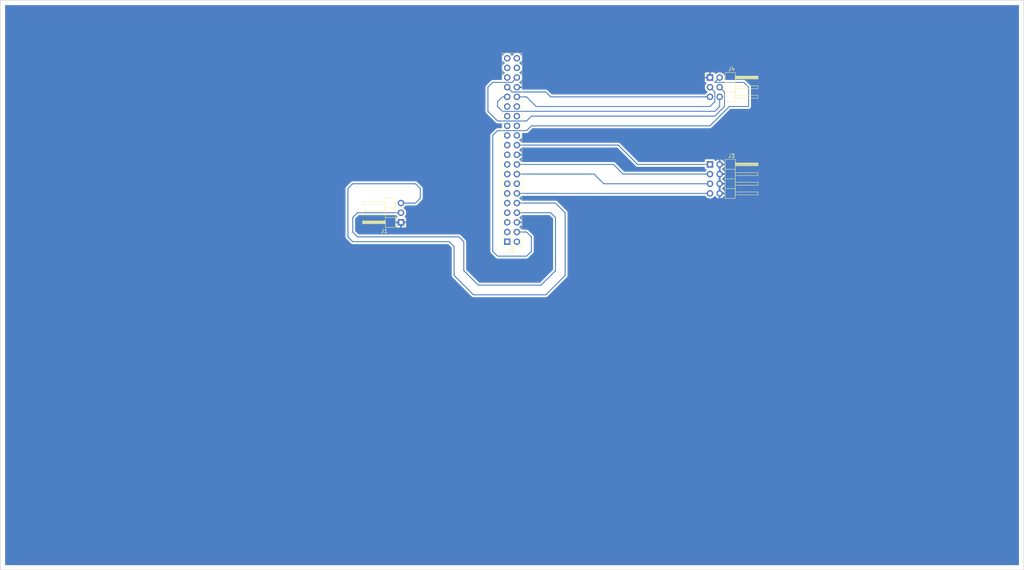
<source format=kicad_pcb>
(kicad_pcb (version 4) (host pcbnew 4.0.6)

  (general
    (links 19)
    (no_connects 1)
    (area 13.894999 13.894999 283.285001 163.905001)
    (thickness 1.6)
    (drawings 4)
    (tracks 110)
    (zones 0)
    (modules 4)
    (nets 13)
  )

  (page A4)
  (layers
    (0 F.Cu signal)
    (31 B.Cu signal)
    (32 B.Adhes user)
    (33 F.Adhes user)
    (34 B.Paste user)
    (35 F.Paste user)
    (36 B.SilkS user)
    (37 F.SilkS user)
    (38 B.Mask user)
    (39 F.Mask user)
    (40 Dwgs.User user)
    (41 Cmts.User user)
    (42 Eco1.User user)
    (43 Eco2.User user)
    (44 Edge.Cuts user)
    (45 Margin user)
    (46 B.CrtYd user)
    (47 F.CrtYd user)
    (48 B.Fab user)
    (49 F.Fab user)
  )

  (setup
    (last_trace_width 0.25)
    (trace_clearance 0.2)
    (zone_clearance 0.508)
    (zone_45_only no)
    (trace_min 0.2)
    (segment_width 0.2)
    (edge_width 0.15)
    (via_size 0.6)
    (via_drill 0.4)
    (via_min_size 0.4)
    (via_min_drill 0.3)
    (uvia_size 0.3)
    (uvia_drill 0.1)
    (uvias_allowed no)
    (uvia_min_size 0.2)
    (uvia_min_drill 0.1)
    (pcb_text_width 0.3)
    (pcb_text_size 1.5 1.5)
    (mod_edge_width 0.15)
    (mod_text_size 1 1)
    (mod_text_width 0.15)
    (pad_size 1.524 1.524)
    (pad_drill 0.762)
    (pad_to_mask_clearance 0.2)
    (aux_axis_origin 0 0)
    (visible_elements FFFFFF7F)
    (pcbplotparams
      (layerselection 0x00030_80000001)
      (usegerberextensions false)
      (excludeedgelayer true)
      (linewidth 0.100000)
      (plotframeref false)
      (viasonmask false)
      (mode 1)
      (useauxorigin false)
      (hpglpennumber 1)
      (hpglpenspeed 20)
      (hpglpendiameter 15)
      (hpglpenoverlay 2)
      (psnegative false)
      (psa4output false)
      (plotreference true)
      (plotvalue true)
      (plotinvisibletext false)
      (padsonsilk false)
      (subtractmaskfromsilk false)
      (outputformat 1)
      (mirror false)
      (drillshape 1)
      (scaleselection 1)
      (outputdirectory ""))
  )

  (net 0 "")
  (net 1 /GND)
  (net 2 /GPIO14/TXD)
  (net 3 /GPIO15/RXD)
  (net 4 /GPIO18)
  (net 5 /GPIO23)
  (net 6 /GPIO24)
  (net 7 /GPIO25)
  (net 8 /5V)
  (net 9 /GPIO12/PWM0/M1OUT)
  (net 10 /GPIO16/M1DIR)
  (net 11 /GPIO13/PWM1/M2OUT)
  (net 12 /GPIO6/M2DIR)

  (net_class Default "Dies ist die voreingestellte Netzklasse."
    (clearance 0.2)
    (trace_width 0.25)
    (via_dia 0.6)
    (via_drill 0.4)
    (uvia_dia 0.3)
    (uvia_drill 0.1)
    (add_net /5V)
    (add_net /GND)
    (add_net /GPIO12/PWM0/M1OUT)
    (add_net /GPIO13/PWM1/M2OUT)
    (add_net /GPIO14/TXD)
    (add_net /GPIO15/RXD)
    (add_net /GPIO16/M1DIR)
    (add_net /GPIO18)
    (add_net /GPIO23)
    (add_net /GPIO24)
    (add_net /GPIO25)
    (add_net /GPIO6/M2DIR)
  )

  (module Pin_Headers:Pin_Header_Angled_1x03_Pitch2.54mm (layer F.Cu) (tedit 59650532) (tstamp 599990D5)
    (at 119.38 72.39 180)
    (descr "Through hole angled pin header, 1x03, 2.54mm pitch, 6mm pin length, single row")
    (tags "Through hole angled pin header THT 1x03 2.54mm single row")
    (path /59997F6D)
    (fp_text reference J1 (at 4.385 -2.27 180) (layer F.SilkS)
      (effects (font (size 1 1) (thickness 0.15)))
    )
    (fp_text value UART (at 4.385 7.35 180) (layer F.Fab)
      (effects (font (size 1 1) (thickness 0.15)))
    )
    (fp_line (start 2.135 -1.27) (end 4.04 -1.27) (layer F.Fab) (width 0.1))
    (fp_line (start 4.04 -1.27) (end 4.04 6.35) (layer F.Fab) (width 0.1))
    (fp_line (start 4.04 6.35) (end 1.5 6.35) (layer F.Fab) (width 0.1))
    (fp_line (start 1.5 6.35) (end 1.5 -0.635) (layer F.Fab) (width 0.1))
    (fp_line (start 1.5 -0.635) (end 2.135 -1.27) (layer F.Fab) (width 0.1))
    (fp_line (start -0.32 -0.32) (end 1.5 -0.32) (layer F.Fab) (width 0.1))
    (fp_line (start -0.32 -0.32) (end -0.32 0.32) (layer F.Fab) (width 0.1))
    (fp_line (start -0.32 0.32) (end 1.5 0.32) (layer F.Fab) (width 0.1))
    (fp_line (start 4.04 -0.32) (end 10.04 -0.32) (layer F.Fab) (width 0.1))
    (fp_line (start 10.04 -0.32) (end 10.04 0.32) (layer F.Fab) (width 0.1))
    (fp_line (start 4.04 0.32) (end 10.04 0.32) (layer F.Fab) (width 0.1))
    (fp_line (start -0.32 2.22) (end 1.5 2.22) (layer F.Fab) (width 0.1))
    (fp_line (start -0.32 2.22) (end -0.32 2.86) (layer F.Fab) (width 0.1))
    (fp_line (start -0.32 2.86) (end 1.5 2.86) (layer F.Fab) (width 0.1))
    (fp_line (start 4.04 2.22) (end 10.04 2.22) (layer F.Fab) (width 0.1))
    (fp_line (start 10.04 2.22) (end 10.04 2.86) (layer F.Fab) (width 0.1))
    (fp_line (start 4.04 2.86) (end 10.04 2.86) (layer F.Fab) (width 0.1))
    (fp_line (start -0.32 4.76) (end 1.5 4.76) (layer F.Fab) (width 0.1))
    (fp_line (start -0.32 4.76) (end -0.32 5.4) (layer F.Fab) (width 0.1))
    (fp_line (start -0.32 5.4) (end 1.5 5.4) (layer F.Fab) (width 0.1))
    (fp_line (start 4.04 4.76) (end 10.04 4.76) (layer F.Fab) (width 0.1))
    (fp_line (start 10.04 4.76) (end 10.04 5.4) (layer F.Fab) (width 0.1))
    (fp_line (start 4.04 5.4) (end 10.04 5.4) (layer F.Fab) (width 0.1))
    (fp_line (start 1.44 -1.33) (end 1.44 6.41) (layer F.SilkS) (width 0.12))
    (fp_line (start 1.44 6.41) (end 4.1 6.41) (layer F.SilkS) (width 0.12))
    (fp_line (start 4.1 6.41) (end 4.1 -1.33) (layer F.SilkS) (width 0.12))
    (fp_line (start 4.1 -1.33) (end 1.44 -1.33) (layer F.SilkS) (width 0.12))
    (fp_line (start 4.1 -0.38) (end 10.1 -0.38) (layer F.SilkS) (width 0.12))
    (fp_line (start 10.1 -0.38) (end 10.1 0.38) (layer F.SilkS) (width 0.12))
    (fp_line (start 10.1 0.38) (end 4.1 0.38) (layer F.SilkS) (width 0.12))
    (fp_line (start 4.1 -0.32) (end 10.1 -0.32) (layer F.SilkS) (width 0.12))
    (fp_line (start 4.1 -0.2) (end 10.1 -0.2) (layer F.SilkS) (width 0.12))
    (fp_line (start 4.1 -0.08) (end 10.1 -0.08) (layer F.SilkS) (width 0.12))
    (fp_line (start 4.1 0.04) (end 10.1 0.04) (layer F.SilkS) (width 0.12))
    (fp_line (start 4.1 0.16) (end 10.1 0.16) (layer F.SilkS) (width 0.12))
    (fp_line (start 4.1 0.28) (end 10.1 0.28) (layer F.SilkS) (width 0.12))
    (fp_line (start 1.11 -0.38) (end 1.44 -0.38) (layer F.SilkS) (width 0.12))
    (fp_line (start 1.11 0.38) (end 1.44 0.38) (layer F.SilkS) (width 0.12))
    (fp_line (start 1.44 1.27) (end 4.1 1.27) (layer F.SilkS) (width 0.12))
    (fp_line (start 4.1 2.16) (end 10.1 2.16) (layer F.SilkS) (width 0.12))
    (fp_line (start 10.1 2.16) (end 10.1 2.92) (layer F.SilkS) (width 0.12))
    (fp_line (start 10.1 2.92) (end 4.1 2.92) (layer F.SilkS) (width 0.12))
    (fp_line (start 1.042929 2.16) (end 1.44 2.16) (layer F.SilkS) (width 0.12))
    (fp_line (start 1.042929 2.92) (end 1.44 2.92) (layer F.SilkS) (width 0.12))
    (fp_line (start 1.44 3.81) (end 4.1 3.81) (layer F.SilkS) (width 0.12))
    (fp_line (start 4.1 4.7) (end 10.1 4.7) (layer F.SilkS) (width 0.12))
    (fp_line (start 10.1 4.7) (end 10.1 5.46) (layer F.SilkS) (width 0.12))
    (fp_line (start 10.1 5.46) (end 4.1 5.46) (layer F.SilkS) (width 0.12))
    (fp_line (start 1.042929 4.7) (end 1.44 4.7) (layer F.SilkS) (width 0.12))
    (fp_line (start 1.042929 5.46) (end 1.44 5.46) (layer F.SilkS) (width 0.12))
    (fp_line (start -1.27 0) (end -1.27 -1.27) (layer F.SilkS) (width 0.12))
    (fp_line (start -1.27 -1.27) (end 0 -1.27) (layer F.SilkS) (width 0.12))
    (fp_line (start -1.8 -1.8) (end -1.8 6.85) (layer F.CrtYd) (width 0.05))
    (fp_line (start -1.8 6.85) (end 10.55 6.85) (layer F.CrtYd) (width 0.05))
    (fp_line (start 10.55 6.85) (end 10.55 -1.8) (layer F.CrtYd) (width 0.05))
    (fp_line (start 10.55 -1.8) (end -1.8 -1.8) (layer F.CrtYd) (width 0.05))
    (fp_text user %R (at 2.77 2.54 270) (layer F.Fab)
      (effects (font (size 1 1) (thickness 0.15)))
    )
    (pad 1 thru_hole rect (at 0 0 180) (size 1.7 1.7) (drill 1) (layers *.Cu *.Mask)
      (net 1 /GND))
    (pad 2 thru_hole oval (at 0 2.54 180) (size 1.7 1.7) (drill 1) (layers *.Cu *.Mask)
      (net 2 /GPIO14/TXD))
    (pad 3 thru_hole oval (at 0 5.08 180) (size 1.7 1.7) (drill 1) (layers *.Cu *.Mask)
      (net 3 /GPIO15/RXD))
    (model ${KISYS3DMOD}/Pin_Headers.3dshapes/Pin_Header_Angled_1x03_Pitch2.54mm.wrl
      (at (xyz 0 0 0))
      (scale (xyz 1 1 1))
      (rotate (xyz 0 0 0))
    )
  )

  (module Pin_Headers:Pin_Header_Angled_2x04_Pitch2.54mm (layer F.Cu) (tedit 59650532) (tstamp 599990E1)
    (at 200.66 57.15)
    (descr "Through hole angled pin header, 2x04, 2.54mm pitch, 6mm pin length, double rows")
    (tags "Through hole angled pin header THT 2x04 2.54mm double row")
    (path /5999816B)
    (fp_text reference J3 (at 5.655 -2.27) (layer F.SilkS)
      (effects (font (size 1 1) (thickness 0.15)))
    )
    (fp_text value COLL_SW (at 5.655 9.89) (layer F.Fab)
      (effects (font (size 1 1) (thickness 0.15)))
    )
    (fp_line (start 4.675 -1.27) (end 6.58 -1.27) (layer F.Fab) (width 0.1))
    (fp_line (start 6.58 -1.27) (end 6.58 8.89) (layer F.Fab) (width 0.1))
    (fp_line (start 6.58 8.89) (end 4.04 8.89) (layer F.Fab) (width 0.1))
    (fp_line (start 4.04 8.89) (end 4.04 -0.635) (layer F.Fab) (width 0.1))
    (fp_line (start 4.04 -0.635) (end 4.675 -1.27) (layer F.Fab) (width 0.1))
    (fp_line (start -0.32 -0.32) (end 4.04 -0.32) (layer F.Fab) (width 0.1))
    (fp_line (start -0.32 -0.32) (end -0.32 0.32) (layer F.Fab) (width 0.1))
    (fp_line (start -0.32 0.32) (end 4.04 0.32) (layer F.Fab) (width 0.1))
    (fp_line (start 6.58 -0.32) (end 12.58 -0.32) (layer F.Fab) (width 0.1))
    (fp_line (start 12.58 -0.32) (end 12.58 0.32) (layer F.Fab) (width 0.1))
    (fp_line (start 6.58 0.32) (end 12.58 0.32) (layer F.Fab) (width 0.1))
    (fp_line (start -0.32 2.22) (end 4.04 2.22) (layer F.Fab) (width 0.1))
    (fp_line (start -0.32 2.22) (end -0.32 2.86) (layer F.Fab) (width 0.1))
    (fp_line (start -0.32 2.86) (end 4.04 2.86) (layer F.Fab) (width 0.1))
    (fp_line (start 6.58 2.22) (end 12.58 2.22) (layer F.Fab) (width 0.1))
    (fp_line (start 12.58 2.22) (end 12.58 2.86) (layer F.Fab) (width 0.1))
    (fp_line (start 6.58 2.86) (end 12.58 2.86) (layer F.Fab) (width 0.1))
    (fp_line (start -0.32 4.76) (end 4.04 4.76) (layer F.Fab) (width 0.1))
    (fp_line (start -0.32 4.76) (end -0.32 5.4) (layer F.Fab) (width 0.1))
    (fp_line (start -0.32 5.4) (end 4.04 5.4) (layer F.Fab) (width 0.1))
    (fp_line (start 6.58 4.76) (end 12.58 4.76) (layer F.Fab) (width 0.1))
    (fp_line (start 12.58 4.76) (end 12.58 5.4) (layer F.Fab) (width 0.1))
    (fp_line (start 6.58 5.4) (end 12.58 5.4) (layer F.Fab) (width 0.1))
    (fp_line (start -0.32 7.3) (end 4.04 7.3) (layer F.Fab) (width 0.1))
    (fp_line (start -0.32 7.3) (end -0.32 7.94) (layer F.Fab) (width 0.1))
    (fp_line (start -0.32 7.94) (end 4.04 7.94) (layer F.Fab) (width 0.1))
    (fp_line (start 6.58 7.3) (end 12.58 7.3) (layer F.Fab) (width 0.1))
    (fp_line (start 12.58 7.3) (end 12.58 7.94) (layer F.Fab) (width 0.1))
    (fp_line (start 6.58 7.94) (end 12.58 7.94) (layer F.Fab) (width 0.1))
    (fp_line (start 3.98 -1.33) (end 3.98 8.95) (layer F.SilkS) (width 0.12))
    (fp_line (start 3.98 8.95) (end 6.64 8.95) (layer F.SilkS) (width 0.12))
    (fp_line (start 6.64 8.95) (end 6.64 -1.33) (layer F.SilkS) (width 0.12))
    (fp_line (start 6.64 -1.33) (end 3.98 -1.33) (layer F.SilkS) (width 0.12))
    (fp_line (start 6.64 -0.38) (end 12.64 -0.38) (layer F.SilkS) (width 0.12))
    (fp_line (start 12.64 -0.38) (end 12.64 0.38) (layer F.SilkS) (width 0.12))
    (fp_line (start 12.64 0.38) (end 6.64 0.38) (layer F.SilkS) (width 0.12))
    (fp_line (start 6.64 -0.32) (end 12.64 -0.32) (layer F.SilkS) (width 0.12))
    (fp_line (start 6.64 -0.2) (end 12.64 -0.2) (layer F.SilkS) (width 0.12))
    (fp_line (start 6.64 -0.08) (end 12.64 -0.08) (layer F.SilkS) (width 0.12))
    (fp_line (start 6.64 0.04) (end 12.64 0.04) (layer F.SilkS) (width 0.12))
    (fp_line (start 6.64 0.16) (end 12.64 0.16) (layer F.SilkS) (width 0.12))
    (fp_line (start 6.64 0.28) (end 12.64 0.28) (layer F.SilkS) (width 0.12))
    (fp_line (start 3.582929 -0.38) (end 3.98 -0.38) (layer F.SilkS) (width 0.12))
    (fp_line (start 3.582929 0.38) (end 3.98 0.38) (layer F.SilkS) (width 0.12))
    (fp_line (start 1.11 -0.38) (end 1.497071 -0.38) (layer F.SilkS) (width 0.12))
    (fp_line (start 1.11 0.38) (end 1.497071 0.38) (layer F.SilkS) (width 0.12))
    (fp_line (start 3.98 1.27) (end 6.64 1.27) (layer F.SilkS) (width 0.12))
    (fp_line (start 6.64 2.16) (end 12.64 2.16) (layer F.SilkS) (width 0.12))
    (fp_line (start 12.64 2.16) (end 12.64 2.92) (layer F.SilkS) (width 0.12))
    (fp_line (start 12.64 2.92) (end 6.64 2.92) (layer F.SilkS) (width 0.12))
    (fp_line (start 3.582929 2.16) (end 3.98 2.16) (layer F.SilkS) (width 0.12))
    (fp_line (start 3.582929 2.92) (end 3.98 2.92) (layer F.SilkS) (width 0.12))
    (fp_line (start 1.042929 2.16) (end 1.497071 2.16) (layer F.SilkS) (width 0.12))
    (fp_line (start 1.042929 2.92) (end 1.497071 2.92) (layer F.SilkS) (width 0.12))
    (fp_line (start 3.98 3.81) (end 6.64 3.81) (layer F.SilkS) (width 0.12))
    (fp_line (start 6.64 4.7) (end 12.64 4.7) (layer F.SilkS) (width 0.12))
    (fp_line (start 12.64 4.7) (end 12.64 5.46) (layer F.SilkS) (width 0.12))
    (fp_line (start 12.64 5.46) (end 6.64 5.46) (layer F.SilkS) (width 0.12))
    (fp_line (start 3.582929 4.7) (end 3.98 4.7) (layer F.SilkS) (width 0.12))
    (fp_line (start 3.582929 5.46) (end 3.98 5.46) (layer F.SilkS) (width 0.12))
    (fp_line (start 1.042929 4.7) (end 1.497071 4.7) (layer F.SilkS) (width 0.12))
    (fp_line (start 1.042929 5.46) (end 1.497071 5.46) (layer F.SilkS) (width 0.12))
    (fp_line (start 3.98 6.35) (end 6.64 6.35) (layer F.SilkS) (width 0.12))
    (fp_line (start 6.64 7.24) (end 12.64 7.24) (layer F.SilkS) (width 0.12))
    (fp_line (start 12.64 7.24) (end 12.64 8) (layer F.SilkS) (width 0.12))
    (fp_line (start 12.64 8) (end 6.64 8) (layer F.SilkS) (width 0.12))
    (fp_line (start 3.582929 7.24) (end 3.98 7.24) (layer F.SilkS) (width 0.12))
    (fp_line (start 3.582929 8) (end 3.98 8) (layer F.SilkS) (width 0.12))
    (fp_line (start 1.042929 7.24) (end 1.497071 7.24) (layer F.SilkS) (width 0.12))
    (fp_line (start 1.042929 8) (end 1.497071 8) (layer F.SilkS) (width 0.12))
    (fp_line (start -1.27 0) (end -1.27 -1.27) (layer F.SilkS) (width 0.12))
    (fp_line (start -1.27 -1.27) (end 0 -1.27) (layer F.SilkS) (width 0.12))
    (fp_line (start -1.8 -1.8) (end -1.8 9.4) (layer F.CrtYd) (width 0.05))
    (fp_line (start -1.8 9.4) (end 13.1 9.4) (layer F.CrtYd) (width 0.05))
    (fp_line (start 13.1 9.4) (end 13.1 -1.8) (layer F.CrtYd) (width 0.05))
    (fp_line (start 13.1 -1.8) (end -1.8 -1.8) (layer F.CrtYd) (width 0.05))
    (fp_text user %R (at 5.31 3.81 90) (layer F.Fab)
      (effects (font (size 1 1) (thickness 0.15)))
    )
    (pad 1 thru_hole rect (at 0 0) (size 1.7 1.7) (drill 1) (layers *.Cu *.Mask)
      (net 7 /GPIO25))
    (pad 2 thru_hole oval (at 2.54 0) (size 1.7 1.7) (drill 1) (layers *.Cu *.Mask)
      (net 1 /GND))
    (pad 3 thru_hole oval (at 0 2.54) (size 1.7 1.7) (drill 1) (layers *.Cu *.Mask)
      (net 6 /GPIO24))
    (pad 4 thru_hole oval (at 2.54 2.54) (size 1.7 1.7) (drill 1) (layers *.Cu *.Mask)
      (net 1 /GND))
    (pad 5 thru_hole oval (at 0 5.08) (size 1.7 1.7) (drill 1) (layers *.Cu *.Mask)
      (net 5 /GPIO23))
    (pad 6 thru_hole oval (at 2.54 5.08) (size 1.7 1.7) (drill 1) (layers *.Cu *.Mask)
      (net 1 /GND))
    (pad 7 thru_hole oval (at 0 7.62) (size 1.7 1.7) (drill 1) (layers *.Cu *.Mask)
      (net 4 /GPIO18))
    (pad 8 thru_hole oval (at 2.54 7.62) (size 1.7 1.7) (drill 1) (layers *.Cu *.Mask)
      (net 1 /GND))
    (model ${KISYS3DMOD}/Pin_Headers.3dshapes/Pin_Header_Angled_2x04_Pitch2.54mm.wrl
      (at (xyz 0 0 0))
      (scale (xyz 1 1 1))
      (rotate (xyz 0 0 0))
    )
  )

  (module Pin_Headers:Pin_Header_Angled_2x03_Pitch2.54mm (layer F.Cu) (tedit 59650532) (tstamp 599990EB)
    (at 200.66 34.29)
    (descr "Through hole angled pin header, 2x03, 2.54mm pitch, 6mm pin length, double rows")
    (tags "Through hole angled pin header THT 2x03 2.54mm double row")
    (path /599980F6)
    (fp_text reference J4 (at 5.655 -2.27) (layer F.SilkS)
      (effects (font (size 1 1) (thickness 0.15)))
    )
    (fp_text value MDRV (at 5.655 7.35) (layer F.Fab)
      (effects (font (size 1 1) (thickness 0.15)))
    )
    (fp_line (start 4.675 -1.27) (end 6.58 -1.27) (layer F.Fab) (width 0.1))
    (fp_line (start 6.58 -1.27) (end 6.58 6.35) (layer F.Fab) (width 0.1))
    (fp_line (start 6.58 6.35) (end 4.04 6.35) (layer F.Fab) (width 0.1))
    (fp_line (start 4.04 6.35) (end 4.04 -0.635) (layer F.Fab) (width 0.1))
    (fp_line (start 4.04 -0.635) (end 4.675 -1.27) (layer F.Fab) (width 0.1))
    (fp_line (start -0.32 -0.32) (end 4.04 -0.32) (layer F.Fab) (width 0.1))
    (fp_line (start -0.32 -0.32) (end -0.32 0.32) (layer F.Fab) (width 0.1))
    (fp_line (start -0.32 0.32) (end 4.04 0.32) (layer F.Fab) (width 0.1))
    (fp_line (start 6.58 -0.32) (end 12.58 -0.32) (layer F.Fab) (width 0.1))
    (fp_line (start 12.58 -0.32) (end 12.58 0.32) (layer F.Fab) (width 0.1))
    (fp_line (start 6.58 0.32) (end 12.58 0.32) (layer F.Fab) (width 0.1))
    (fp_line (start -0.32 2.22) (end 4.04 2.22) (layer F.Fab) (width 0.1))
    (fp_line (start -0.32 2.22) (end -0.32 2.86) (layer F.Fab) (width 0.1))
    (fp_line (start -0.32 2.86) (end 4.04 2.86) (layer F.Fab) (width 0.1))
    (fp_line (start 6.58 2.22) (end 12.58 2.22) (layer F.Fab) (width 0.1))
    (fp_line (start 12.58 2.22) (end 12.58 2.86) (layer F.Fab) (width 0.1))
    (fp_line (start 6.58 2.86) (end 12.58 2.86) (layer F.Fab) (width 0.1))
    (fp_line (start -0.32 4.76) (end 4.04 4.76) (layer F.Fab) (width 0.1))
    (fp_line (start -0.32 4.76) (end -0.32 5.4) (layer F.Fab) (width 0.1))
    (fp_line (start -0.32 5.4) (end 4.04 5.4) (layer F.Fab) (width 0.1))
    (fp_line (start 6.58 4.76) (end 12.58 4.76) (layer F.Fab) (width 0.1))
    (fp_line (start 12.58 4.76) (end 12.58 5.4) (layer F.Fab) (width 0.1))
    (fp_line (start 6.58 5.4) (end 12.58 5.4) (layer F.Fab) (width 0.1))
    (fp_line (start 3.98 -1.33) (end 3.98 6.41) (layer F.SilkS) (width 0.12))
    (fp_line (start 3.98 6.41) (end 6.64 6.41) (layer F.SilkS) (width 0.12))
    (fp_line (start 6.64 6.41) (end 6.64 -1.33) (layer F.SilkS) (width 0.12))
    (fp_line (start 6.64 -1.33) (end 3.98 -1.33) (layer F.SilkS) (width 0.12))
    (fp_line (start 6.64 -0.38) (end 12.64 -0.38) (layer F.SilkS) (width 0.12))
    (fp_line (start 12.64 -0.38) (end 12.64 0.38) (layer F.SilkS) (width 0.12))
    (fp_line (start 12.64 0.38) (end 6.64 0.38) (layer F.SilkS) (width 0.12))
    (fp_line (start 6.64 -0.32) (end 12.64 -0.32) (layer F.SilkS) (width 0.12))
    (fp_line (start 6.64 -0.2) (end 12.64 -0.2) (layer F.SilkS) (width 0.12))
    (fp_line (start 6.64 -0.08) (end 12.64 -0.08) (layer F.SilkS) (width 0.12))
    (fp_line (start 6.64 0.04) (end 12.64 0.04) (layer F.SilkS) (width 0.12))
    (fp_line (start 6.64 0.16) (end 12.64 0.16) (layer F.SilkS) (width 0.12))
    (fp_line (start 6.64 0.28) (end 12.64 0.28) (layer F.SilkS) (width 0.12))
    (fp_line (start 3.582929 -0.38) (end 3.98 -0.38) (layer F.SilkS) (width 0.12))
    (fp_line (start 3.582929 0.38) (end 3.98 0.38) (layer F.SilkS) (width 0.12))
    (fp_line (start 1.11 -0.38) (end 1.497071 -0.38) (layer F.SilkS) (width 0.12))
    (fp_line (start 1.11 0.38) (end 1.497071 0.38) (layer F.SilkS) (width 0.12))
    (fp_line (start 3.98 1.27) (end 6.64 1.27) (layer F.SilkS) (width 0.12))
    (fp_line (start 6.64 2.16) (end 12.64 2.16) (layer F.SilkS) (width 0.12))
    (fp_line (start 12.64 2.16) (end 12.64 2.92) (layer F.SilkS) (width 0.12))
    (fp_line (start 12.64 2.92) (end 6.64 2.92) (layer F.SilkS) (width 0.12))
    (fp_line (start 3.582929 2.16) (end 3.98 2.16) (layer F.SilkS) (width 0.12))
    (fp_line (start 3.582929 2.92) (end 3.98 2.92) (layer F.SilkS) (width 0.12))
    (fp_line (start 1.042929 2.16) (end 1.497071 2.16) (layer F.SilkS) (width 0.12))
    (fp_line (start 1.042929 2.92) (end 1.497071 2.92) (layer F.SilkS) (width 0.12))
    (fp_line (start 3.98 3.81) (end 6.64 3.81) (layer F.SilkS) (width 0.12))
    (fp_line (start 6.64 4.7) (end 12.64 4.7) (layer F.SilkS) (width 0.12))
    (fp_line (start 12.64 4.7) (end 12.64 5.46) (layer F.SilkS) (width 0.12))
    (fp_line (start 12.64 5.46) (end 6.64 5.46) (layer F.SilkS) (width 0.12))
    (fp_line (start 3.582929 4.7) (end 3.98 4.7) (layer F.SilkS) (width 0.12))
    (fp_line (start 3.582929 5.46) (end 3.98 5.46) (layer F.SilkS) (width 0.12))
    (fp_line (start 1.042929 4.7) (end 1.497071 4.7) (layer F.SilkS) (width 0.12))
    (fp_line (start 1.042929 5.46) (end 1.497071 5.46) (layer F.SilkS) (width 0.12))
    (fp_line (start -1.27 0) (end -1.27 -1.27) (layer F.SilkS) (width 0.12))
    (fp_line (start -1.27 -1.27) (end 0 -1.27) (layer F.SilkS) (width 0.12))
    (fp_line (start -1.8 -1.8) (end -1.8 6.85) (layer F.CrtYd) (width 0.05))
    (fp_line (start -1.8 6.85) (end 13.1 6.85) (layer F.CrtYd) (width 0.05))
    (fp_line (start 13.1 6.85) (end 13.1 -1.8) (layer F.CrtYd) (width 0.05))
    (fp_line (start 13.1 -1.8) (end -1.8 -1.8) (layer F.CrtYd) (width 0.05))
    (fp_text user %R (at 5.31 2.54 90) (layer F.Fab)
      (effects (font (size 1 1) (thickness 0.15)))
    )
    (pad 1 thru_hole rect (at 0 0) (size 1.7 1.7) (drill 1) (layers *.Cu *.Mask)
      (net 1 /GND))
    (pad 2 thru_hole oval (at 2.54 0) (size 1.7 1.7) (drill 1) (layers *.Cu *.Mask)
      (net 8 /5V))
    (pad 3 thru_hole oval (at 0 2.54) (size 1.7 1.7) (drill 1) (layers *.Cu *.Mask)
      (net 9 /GPIO12/PWM0/M1OUT))
    (pad 4 thru_hole oval (at 2.54 2.54) (size 1.7 1.7) (drill 1) (layers *.Cu *.Mask)
      (net 10 /GPIO16/M1DIR))
    (pad 5 thru_hole oval (at 0 5.08) (size 1.7 1.7) (drill 1) (layers *.Cu *.Mask)
      (net 11 /GPIO13/PWM1/M2OUT))
    (pad 6 thru_hole oval (at 2.54 5.08) (size 1.7 1.7) (drill 1) (layers *.Cu *.Mask)
      (net 12 /GPIO6/M2DIR))
    (model ${KISYS3DMOD}/Pin_Headers.3dshapes/Pin_Header_Angled_2x03_Pitch2.54mm.wrl
      (at (xyz 0 0 0))
      (scale (xyz 1 1 1))
      (rotate (xyz 0 0 0))
    )
  )

  (module Socket_Strips:Socket_Strip_Straight_2x20_Pitch2.54mm (layer F.Cu) (tedit 58CD544A) (tstamp 599998C9)
    (at 147.32 77.47 180)
    (descr "Through hole straight socket strip, 2x20, 2.54mm pitch, double rows")
    (tags "Through hole socket strip THT 2x20 2.54mm double row")
    (path /59997E0D)
    (fp_text reference J2 (at -1.27 -2.33 180) (layer F.SilkS)
      (effects (font (size 1 1) (thickness 0.15)))
    )
    (fp_text value RPIZEROW (at -1.27 50.59 180) (layer F.Fab)
      (effects (font (size 1 1) (thickness 0.15)))
    )
    (fp_line (start -3.81 -1.27) (end -3.81 49.53) (layer F.Fab) (width 0.1))
    (fp_line (start -3.81 49.53) (end 1.27 49.53) (layer F.Fab) (width 0.1))
    (fp_line (start 1.27 49.53) (end 1.27 -1.27) (layer F.Fab) (width 0.1))
    (fp_line (start 1.27 -1.27) (end -3.81 -1.27) (layer F.Fab) (width 0.1))
    (fp_line (start 1.33 1.27) (end 1.33 49.59) (layer F.SilkS) (width 0.12))
    (fp_line (start 1.33 49.59) (end -3.87 49.59) (layer F.SilkS) (width 0.12))
    (fp_line (start -3.87 49.59) (end -3.87 -1.33) (layer F.SilkS) (width 0.12))
    (fp_line (start -3.87 -1.33) (end -1.27 -1.33) (layer F.SilkS) (width 0.12))
    (fp_line (start -1.27 -1.33) (end -1.27 1.27) (layer F.SilkS) (width 0.12))
    (fp_line (start -1.27 1.27) (end 1.33 1.27) (layer F.SilkS) (width 0.12))
    (fp_line (start 1.33 0) (end 1.33 -1.33) (layer F.SilkS) (width 0.12))
    (fp_line (start 1.33 -1.33) (end 0.06 -1.33) (layer F.SilkS) (width 0.12))
    (fp_line (start -4.35 -1.8) (end -4.35 50.05) (layer F.CrtYd) (width 0.05))
    (fp_line (start -4.35 50.05) (end 1.8 50.05) (layer F.CrtYd) (width 0.05))
    (fp_line (start 1.8 50.05) (end 1.8 -1.8) (layer F.CrtYd) (width 0.05))
    (fp_line (start 1.8 -1.8) (end -4.35 -1.8) (layer F.CrtYd) (width 0.05))
    (fp_text user %R (at -1.27 -2.33 180) (layer F.Fab)
      (effects (font (size 1 1) (thickness 0.15)))
    )
    (pad 1 thru_hole rect (at 0 0 180) (size 1.7 1.7) (drill 1) (layers *.Cu *.Mask))
    (pad 2 thru_hole oval (at -2.54 0 180) (size 1.7 1.7) (drill 1) (layers *.Cu *.Mask))
    (pad 3 thru_hole oval (at 0 2.54 180) (size 1.7 1.7) (drill 1) (layers *.Cu *.Mask))
    (pad 4 thru_hole oval (at -2.54 2.54 180) (size 1.7 1.7) (drill 1) (layers *.Cu *.Mask)
      (net 8 /5V))
    (pad 5 thru_hole oval (at 0 5.08 180) (size 1.7 1.7) (drill 1) (layers *.Cu *.Mask))
    (pad 6 thru_hole oval (at -2.54 5.08 180) (size 1.7 1.7) (drill 1) (layers *.Cu *.Mask)
      (net 1 /GND))
    (pad 7 thru_hole oval (at 0 7.62 180) (size 1.7 1.7) (drill 1) (layers *.Cu *.Mask))
    (pad 8 thru_hole oval (at -2.54 7.62 180) (size 1.7 1.7) (drill 1) (layers *.Cu *.Mask)
      (net 2 /GPIO14/TXD))
    (pad 9 thru_hole oval (at 0 10.16 180) (size 1.7 1.7) (drill 1) (layers *.Cu *.Mask))
    (pad 10 thru_hole oval (at -2.54 10.16 180) (size 1.7 1.7) (drill 1) (layers *.Cu *.Mask)
      (net 3 /GPIO15/RXD))
    (pad 11 thru_hole oval (at 0 12.7 180) (size 1.7 1.7) (drill 1) (layers *.Cu *.Mask))
    (pad 12 thru_hole oval (at -2.54 12.7 180) (size 1.7 1.7) (drill 1) (layers *.Cu *.Mask)
      (net 4 /GPIO18))
    (pad 13 thru_hole oval (at 0 15.24 180) (size 1.7 1.7) (drill 1) (layers *.Cu *.Mask))
    (pad 14 thru_hole oval (at -2.54 15.24 180) (size 1.7 1.7) (drill 1) (layers *.Cu *.Mask))
    (pad 15 thru_hole oval (at 0 17.78 180) (size 1.7 1.7) (drill 1) (layers *.Cu *.Mask))
    (pad 16 thru_hole oval (at -2.54 17.78 180) (size 1.7 1.7) (drill 1) (layers *.Cu *.Mask)
      (net 5 /GPIO23))
    (pad 17 thru_hole oval (at 0 20.32 180) (size 1.7 1.7) (drill 1) (layers *.Cu *.Mask))
    (pad 18 thru_hole oval (at -2.54 20.32 180) (size 1.7 1.7) (drill 1) (layers *.Cu *.Mask)
      (net 6 /GPIO24))
    (pad 19 thru_hole oval (at 0 22.86 180) (size 1.7 1.7) (drill 1) (layers *.Cu *.Mask))
    (pad 20 thru_hole oval (at -2.54 22.86 180) (size 1.7 1.7) (drill 1) (layers *.Cu *.Mask)
      (net 1 /GND))
    (pad 21 thru_hole oval (at 0 25.4 180) (size 1.7 1.7) (drill 1) (layers *.Cu *.Mask))
    (pad 22 thru_hole oval (at -2.54 25.4 180) (size 1.7 1.7) (drill 1) (layers *.Cu *.Mask)
      (net 7 /GPIO25))
    (pad 23 thru_hole oval (at 0 27.94 180) (size 1.7 1.7) (drill 1) (layers *.Cu *.Mask))
    (pad 24 thru_hole oval (at -2.54 27.94 180) (size 1.7 1.7) (drill 1) (layers *.Cu *.Mask))
    (pad 25 thru_hole oval (at 0 30.48 180) (size 1.7 1.7) (drill 1) (layers *.Cu *.Mask))
    (pad 26 thru_hole oval (at -2.54 30.48 180) (size 1.7 1.7) (drill 1) (layers *.Cu *.Mask))
    (pad 27 thru_hole oval (at 0 33.02 180) (size 1.7 1.7) (drill 1) (layers *.Cu *.Mask))
    (pad 28 thru_hole oval (at -2.54 33.02 180) (size 1.7 1.7) (drill 1) (layers *.Cu *.Mask))
    (pad 29 thru_hole oval (at 0 35.56 180) (size 1.7 1.7) (drill 1) (layers *.Cu *.Mask))
    (pad 30 thru_hole oval (at -2.54 35.56 180) (size 1.7 1.7) (drill 1) (layers *.Cu *.Mask))
    (pad 31 thru_hole oval (at 0 38.1 180) (size 1.7 1.7) (drill 1) (layers *.Cu *.Mask)
      (net 12 /GPIO6/M2DIR))
    (pad 32 thru_hole oval (at -2.54 38.1 180) (size 1.7 1.7) (drill 1) (layers *.Cu *.Mask)
      (net 9 /GPIO12/PWM0/M1OUT))
    (pad 33 thru_hole oval (at 0 40.64 180) (size 1.7 1.7) (drill 1) (layers *.Cu *.Mask)
      (net 11 /GPIO13/PWM1/M2OUT))
    (pad 34 thru_hole oval (at -2.54 40.64 180) (size 1.7 1.7) (drill 1) (layers *.Cu *.Mask)
      (net 1 /GND))
    (pad 35 thru_hole oval (at 0 43.18 180) (size 1.7 1.7) (drill 1) (layers *.Cu *.Mask))
    (pad 36 thru_hole oval (at -2.54 43.18 180) (size 1.7 1.7) (drill 1) (layers *.Cu *.Mask)
      (net 10 /GPIO16/M1DIR))
    (pad 37 thru_hole oval (at 0 45.72 180) (size 1.7 1.7) (drill 1) (layers *.Cu *.Mask))
    (pad 38 thru_hole oval (at -2.54 45.72 180) (size 1.7 1.7) (drill 1) (layers *.Cu *.Mask))
    (pad 39 thru_hole oval (at 0 48.26 180) (size 1.7 1.7) (drill 1) (layers *.Cu *.Mask))
    (pad 40 thru_hole oval (at -2.54 48.26 180) (size 1.7 1.7) (drill 1) (layers *.Cu *.Mask))
    (model ${KISYS3DMOD}/Socket_Strips.3dshapes/Socket_Strip_Straight_2x20_Pitch2.54mm.wrl
      (at (xyz -0.05 -0.95 0))
      (scale (xyz 1 1 1))
      (rotate (xyz 0 0 270))
    )
  )

  (gr_line (start 13.97 163.83) (end 13.97 13.97) (angle 90) (layer Edge.Cuts) (width 0.15))
  (gr_line (start 283.21 163.83) (end 13.97 163.83) (angle 90) (layer Edge.Cuts) (width 0.15))
  (gr_line (start 283.21 13.97) (end 283.21 163.83) (angle 90) (layer Edge.Cuts) (width 0.15))
  (gr_line (start 13.97 13.97) (end 283.21 13.97) (angle 90) (layer Edge.Cuts) (width 0.15))

  (segment (start 149.86 36.83) (end 195.58 36.83) (width 0.25) (layer B.Cu) (net 1))
  (segment (start 198.12 34.29) (end 200.66 34.29) (width 0.25) (layer B.Cu) (net 1) (tstamp 5999A1B3))
  (segment (start 195.58 36.83) (end 198.12 34.29) (width 0.25) (layer B.Cu) (net 1) (tstamp 5999A1AB))
  (segment (start 203.2 64.77) (end 203.2 62.23) (width 0.25) (layer B.Cu) (net 1))
  (segment (start 203.2 62.23) (end 203.2 59.69) (width 0.25) (layer B.Cu) (net 1) (tstamp 59999E65))
  (segment (start 203.2 59.69) (end 203.2 57.15) (width 0.25) (layer B.Cu) (net 1) (tstamp 59999E67))
  (segment (start 203.2 57.15) (end 203.2 45.72) (width 0.25) (layer B.Cu) (net 1) (tstamp 59999E68))
  (segment (start 203.2 45.72) (end 204.47 44.45) (width 0.25) (layer B.Cu) (net 1) (tstamp 59999E6A))
  (segment (start 204.47 44.45) (end 215.9 44.45) (width 0.25) (layer B.Cu) (net 1) (tstamp 59999E71))
  (segment (start 215.9 44.45) (end 217.17 43.18) (width 0.25) (layer B.Cu) (net 1) (tstamp 59999E74))
  (segment (start 217.17 43.18) (end 217.17 31.75) (width 0.25) (layer B.Cu) (net 1) (tstamp 59999E75))
  (segment (start 217.17 31.75) (end 214.63 29.21) (width 0.25) (layer B.Cu) (net 1) (tstamp 59999E79))
  (segment (start 214.63 29.21) (end 201.93 29.21) (width 0.25) (layer B.Cu) (net 1) (tstamp 59999E7A))
  (segment (start 201.93 29.21) (end 200.66 30.48) (width 0.25) (layer B.Cu) (net 1) (tstamp 59999E7E))
  (segment (start 200.66 30.48) (end 200.66 34.29) (width 0.25) (layer B.Cu) (net 1) (tstamp 59999E80))
  (segment (start 119.38 72.39) (end 137.16 72.39) (width 0.25) (layer B.Cu) (net 1))
  (segment (start 156.21 72.39) (end 149.86 72.39) (width 0.25) (layer B.Cu) (net 1) (tstamp 59999DB0))
  (segment (start 156.21 83.82) (end 156.21 72.39) (width 0.25) (layer B.Cu) (net 1) (tstamp 59999DAE))
  (segment (start 154.94 85.09) (end 156.21 83.82) (width 0.25) (layer B.Cu) (net 1) (tstamp 59999DAC))
  (segment (start 140.97 85.09) (end 154.94 85.09) (width 0.25) (layer B.Cu) (net 1) (tstamp 59999DAA))
  (segment (start 139.7 83.82) (end 140.97 85.09) (width 0.25) (layer B.Cu) (net 1) (tstamp 59999DA9))
  (segment (start 139.7 74.93) (end 139.7 83.82) (width 0.25) (layer B.Cu) (net 1) (tstamp 59999DA7))
  (segment (start 137.16 72.39) (end 139.7 74.93) (width 0.25) (layer B.Cu) (net 1) (tstamp 59999DA5))
  (segment (start 119.38 69.85) (end 107.95 69.85) (width 0.25) (layer B.Cu) (net 2))
  (segment (start 158.75 69.85) (end 149.86 69.85) (width 0.25) (layer B.Cu) (net 2) (tstamp 59999E4C))
  (segment (start 160.02 71.12) (end 158.75 69.85) (width 0.25) (layer B.Cu) (net 2) (tstamp 59999E4A))
  (segment (start 160.02 85.09) (end 160.02 71.12) (width 0.25) (layer B.Cu) (net 2) (tstamp 59999E48))
  (segment (start 156.21 88.9) (end 160.02 85.09) (width 0.25) (layer B.Cu) (net 2) (tstamp 59999E46))
  (segment (start 139.7 88.9) (end 156.21 88.9) (width 0.25) (layer B.Cu) (net 2) (tstamp 59999E44))
  (segment (start 135.89 85.09) (end 139.7 88.9) (width 0.25) (layer B.Cu) (net 2) (tstamp 59999E42))
  (segment (start 135.89 77.47) (end 135.89 85.09) (width 0.25) (layer B.Cu) (net 2) (tstamp 59999E40))
  (segment (start 134.62 76.2) (end 135.89 77.47) (width 0.25) (layer B.Cu) (net 2) (tstamp 59999E3D))
  (segment (start 107.95 76.2) (end 134.62 76.2) (width 0.25) (layer B.Cu) (net 2) (tstamp 59999E3A))
  (segment (start 106.68 74.93) (end 107.95 76.2) (width 0.25) (layer B.Cu) (net 2) (tstamp 59999E37))
  (segment (start 106.68 71.12) (end 106.68 74.93) (width 0.25) (layer B.Cu) (net 2) (tstamp 59999E33))
  (segment (start 107.95 69.85) (end 106.68 71.12) (width 0.25) (layer B.Cu) (net 2) (tstamp 59999E31))
  (segment (start 160.02 67.31) (end 149.86 67.31) (width 0.25) (layer B.Cu) (net 3) (tstamp 59999DF5))
  (segment (start 162.56 69.85) (end 160.02 67.31) (width 0.25) (layer B.Cu) (net 3) (tstamp 59999DF1))
  (segment (start 162.56 86.36) (end 162.56 69.85) (width 0.25) (layer B.Cu) (net 3) (tstamp 59999DEF))
  (segment (start 157.48 91.44) (end 162.56 86.36) (width 0.25) (layer B.Cu) (net 3) (tstamp 59999DEB))
  (segment (start 138.43 91.44) (end 157.48 91.44) (width 0.25) (layer B.Cu) (net 3) (tstamp 59999DE9))
  (segment (start 133.35 86.36) (end 138.43 91.44) (width 0.25) (layer B.Cu) (net 3) (tstamp 59999DE7))
  (segment (start 133.35 78.74) (end 133.35 86.36) (width 0.25) (layer B.Cu) (net 3) (tstamp 59999DE5))
  (segment (start 132.08 77.47) (end 133.35 78.74) (width 0.25) (layer B.Cu) (net 3) (tstamp 59999DE0))
  (segment (start 106.68 77.47) (end 132.08 77.47) (width 0.25) (layer B.Cu) (net 3) (tstamp 59999DDD))
  (segment (start 105.41 76.2) (end 106.68 77.47) (width 0.25) (layer B.Cu) (net 3) (tstamp 59999DD8))
  (segment (start 105.41 63.5) (end 105.41 76.2) (width 0.25) (layer B.Cu) (net 3) (tstamp 59999DD7))
  (segment (start 106.68 62.23) (end 105.41 63.5) (width 0.25) (layer B.Cu) (net 3) (tstamp 59999DD4))
  (segment (start 123.19 62.23) (end 106.68 62.23) (width 0.25) (layer B.Cu) (net 3) (tstamp 59999DD2))
  (segment (start 124.46 63.5) (end 123.19 62.23) (width 0.25) (layer B.Cu) (net 3) (tstamp 59999DCF))
  (segment (start 124.46 66.04) (end 124.46 63.5) (width 0.25) (layer B.Cu) (net 3) (tstamp 59999DCE))
  (segment (start 123.19 67.31) (end 124.46 66.04) (width 0.25) (layer B.Cu) (net 3) (tstamp 59999DCB))
  (segment (start 119.38 67.31) (end 123.19 67.31) (width 0.25) (layer B.Cu) (net 3))
  (segment (start 200.66 64.77) (end 149.86 64.77) (width 0.25) (layer B.Cu) (net 4))
  (segment (start 200.66 62.23) (end 172.72 62.23) (width 0.25) (layer B.Cu) (net 5))
  (segment (start 170.18 59.69) (end 149.86 59.69) (width 0.25) (layer B.Cu) (net 5) (tstamp 59999EF2))
  (segment (start 172.72 62.23) (end 170.18 59.69) (width 0.25) (layer B.Cu) (net 5) (tstamp 59999EEC))
  (segment (start 200.66 59.69) (end 177.8 59.69) (width 0.25) (layer B.Cu) (net 6))
  (segment (start 175.26 57.15) (end 149.86 57.15) (width 0.25) (layer B.Cu) (net 6) (tstamp 59999EE7))
  (segment (start 177.8 59.69) (end 175.26 57.15) (width 0.25) (layer B.Cu) (net 6) (tstamp 59999EE1))
  (segment (start 200.66 57.15) (end 181.61 57.15) (width 0.25) (layer B.Cu) (net 7))
  (segment (start 176.53 52.07) (end 149.86 52.07) (width 0.25) (layer B.Cu) (net 7) (tstamp 59999ED7))
  (segment (start 181.61 57.15) (end 176.53 52.07) (width 0.25) (layer B.Cu) (net 7) (tstamp 59999ED0))
  (segment (start 203.2 34.29) (end 201.93 35.56) (width 0.25) (layer B.Cu) (net 8))
  (segment (start 152.4 74.93) (end 149.86 74.93) (width 0.25) (layer B.Cu) (net 8) (tstamp 5999A20B))
  (segment (start 153.67 76.2) (end 152.4 74.93) (width 0.25) (layer B.Cu) (net 8) (tstamp 5999A209))
  (segment (start 153.67 80.01) (end 153.67 76.2) (width 0.25) (layer B.Cu) (net 8) (tstamp 5999A207))
  (segment (start 152.4 81.28) (end 153.67 80.01) (width 0.25) (layer B.Cu) (net 8) (tstamp 5999A205))
  (segment (start 144.78 81.28) (end 152.4 81.28) (width 0.25) (layer B.Cu) (net 8) (tstamp 5999A203))
  (segment (start 143.51 80.01) (end 144.78 81.28) (width 0.25) (layer B.Cu) (net 8) (tstamp 5999A201))
  (segment (start 143.51 49.53) (end 143.51 80.01) (width 0.25) (layer B.Cu) (net 8) (tstamp 5999A1F9))
  (segment (start 144.78 48.26) (end 143.51 49.53) (width 0.25) (layer B.Cu) (net 8) (tstamp 5999A1F7))
  (segment (start 152.4 48.26) (end 144.78 48.26) (width 0.25) (layer B.Cu) (net 8) (tstamp 5999A1F4))
  (segment (start 153.67 46.99) (end 152.4 48.26) (width 0.25) (layer B.Cu) (net 8) (tstamp 5999A1E3))
  (segment (start 200.66 46.99) (end 153.67 46.99) (width 0.25) (layer B.Cu) (net 8) (tstamp 5999A1E0))
  (segment (start 205.74 41.91) (end 200.66 46.99) (width 0.25) (layer B.Cu) (net 8) (tstamp 5999A1DA))
  (segment (start 207.01 41.91) (end 205.74 41.91) (width 0.25) (layer B.Cu) (net 8) (tstamp 5999A1D9))
  (segment (start 210.82 41.91) (end 207.01 41.91) (width 0.25) (layer B.Cu) (net 8) (tstamp 5999A1D6))
  (segment (start 210.82 36.83) (end 210.82 41.91) (width 0.25) (layer B.Cu) (net 8) (tstamp 5999A1D5))
  (segment (start 209.55 35.56) (end 210.82 36.83) (width 0.25) (layer B.Cu) (net 8) (tstamp 5999A1C3))
  (segment (start 201.93 35.56) (end 209.55 35.56) (width 0.25) (layer B.Cu) (net 8) (tstamp 5999A1C2))
  (segment (start 200.66 36.83) (end 201.93 38.1) (width 0.25) (layer B.Cu) (net 9))
  (segment (start 152.4 39.37) (end 149.86 39.37) (width 0.25) (layer B.Cu) (net 9) (tstamp 5999A19E))
  (segment (start 154.94 41.91) (end 152.4 39.37) (width 0.25) (layer B.Cu) (net 9) (tstamp 5999A197))
  (segment (start 200.66 41.91) (end 154.94 41.91) (width 0.25) (layer B.Cu) (net 9) (tstamp 5999A196))
  (segment (start 201.93 40.64) (end 200.66 41.91) (width 0.25) (layer B.Cu) (net 9) (tstamp 5999A194))
  (segment (start 201.93 38.1) (end 201.93 40.64) (width 0.25) (layer B.Cu) (net 9) (tstamp 5999A192))
  (segment (start 203.2 36.83) (end 204.47 38.1) (width 0.25) (layer B.Cu) (net 10))
  (segment (start 148.59 35.56) (end 149.86 34.29) (width 0.25) (layer B.Cu) (net 10) (tstamp 5999A184))
  (segment (start 143.51 35.56) (end 148.59 35.56) (width 0.25) (layer B.Cu) (net 10) (tstamp 5999A17F))
  (segment (start 142.24 36.83) (end 143.51 35.56) (width 0.25) (layer B.Cu) (net 10) (tstamp 5999A17C))
  (segment (start 142.24 43.18) (end 142.24 36.83) (width 0.25) (layer B.Cu) (net 10) (tstamp 5999A17A))
  (segment (start 144.78 45.72) (end 142.24 43.18) (width 0.25) (layer B.Cu) (net 10) (tstamp 5999A178))
  (segment (start 152.4 45.72) (end 144.78 45.72) (width 0.25) (layer B.Cu) (net 10) (tstamp 5999A176))
  (segment (start 153.67 44.45) (end 152.4 45.72) (width 0.25) (layer B.Cu) (net 10) (tstamp 5999A16E))
  (segment (start 201.93 44.45) (end 153.67 44.45) (width 0.25) (layer B.Cu) (net 10) (tstamp 5999A16C))
  (segment (start 204.47 41.91) (end 201.93 44.45) (width 0.25) (layer B.Cu) (net 10) (tstamp 5999A16B))
  (segment (start 204.47 38.1) (end 204.47 41.91) (width 0.25) (layer B.Cu) (net 10) (tstamp 5999A165))
  (segment (start 200.66 39.37) (end 158.75 39.37) (width 0.25) (layer B.Cu) (net 11))
  (segment (start 148.59 38.1) (end 147.32 36.83) (width 0.25) (layer B.Cu) (net 11) (tstamp 5999A148))
  (segment (start 157.48 38.1) (end 148.59 38.1) (width 0.25) (layer B.Cu) (net 11) (tstamp 5999A145))
  (segment (start 158.75 39.37) (end 157.48 38.1) (width 0.25) (layer B.Cu) (net 11) (tstamp 5999A13F))
  (segment (start 147.32 39.37) (end 146.05 39.37) (width 0.25) (layer B.Cu) (net 12))
  (segment (start 203.2 41.91) (end 203.2 39.37) (width 0.25) (layer B.Cu) (net 12) (tstamp 5999A138))
  (segment (start 201.93 43.18) (end 203.2 41.91) (width 0.25) (layer B.Cu) (net 12) (tstamp 5999A133))
  (segment (start 200.66 43.18) (end 201.93 43.18) (width 0.25) (layer B.Cu) (net 12) (tstamp 5999A12F))
  (segment (start 146.05 43.18) (end 200.66 43.18) (width 0.25) (layer B.Cu) (net 12) (tstamp 5999A12D))
  (segment (start 144.78 41.91) (end 146.05 43.18) (width 0.25) (layer B.Cu) (net 12) (tstamp 5999A12B))
  (segment (start 144.78 40.64) (end 144.78 41.91) (width 0.25) (layer B.Cu) (net 12) (tstamp 5999A129))
  (segment (start 146.05 39.37) (end 144.78 40.64) (width 0.25) (layer B.Cu) (net 12) (tstamp 5999A126))

  (zone (net 1) (net_name /GND) (layer B.Cu) (tstamp 599998CB) (hatch edge 0.508)
    (connect_pads (clearance 0.508))
    (min_thickness 0.254)
    (fill yes (arc_segments 16) (thermal_gap 0.508) (thermal_bridge_width 0.508))
    (polygon
      (pts
        (xy 281.94 162.56) (xy 15.24 162.56) (xy 15.24 15.24) (xy 281.94 15.24)
      )
    )
    (filled_polygon
      (pts
        (xy 281.813 162.433) (xy 15.367 162.433) (xy 15.367 63.5) (xy 104.65 63.5) (xy 104.65 76.2)
        (xy 104.707852 76.490839) (xy 104.872599 76.737401) (xy 106.142599 78.007401) (xy 106.38916 78.172148) (xy 106.68 78.23)
        (xy 131.765198 78.23) (xy 132.59 79.054802) (xy 132.59 86.36) (xy 132.647852 86.650839) (xy 132.812599 86.897401)
        (xy 137.892599 91.977401) (xy 138.139161 92.142148) (xy 138.43 92.2) (xy 157.48 92.2) (xy 157.770839 92.142148)
        (xy 158.017401 91.977401) (xy 163.097401 86.897401) (xy 163.262148 86.650839) (xy 163.32 86.36) (xy 163.32 69.85)
        (xy 163.262148 69.559161) (xy 163.262148 69.55916) (xy 163.097401 69.312599) (xy 160.557401 66.772599) (xy 160.310839 66.607852)
        (xy 160.02 66.55) (xy 151.132954 66.55) (xy 150.939147 66.259946) (xy 150.609974 66.04) (xy 150.939147 65.820054)
        (xy 151.132954 65.53) (xy 199.387046 65.53) (xy 199.580853 65.820054) (xy 200.062622 66.141961) (xy 200.630907 66.255)
        (xy 200.689093 66.255) (xy 201.257378 66.141961) (xy 201.739147 65.820054) (xy 201.928345 65.536899) (xy 201.928355 65.536924)
        (xy 202.318642 65.965183) (xy 202.843108 66.211486) (xy 203.073 66.090819) (xy 203.073 64.897) (xy 203.327 64.897)
        (xy 203.327 66.090819) (xy 203.556892 66.211486) (xy 204.081358 65.965183) (xy 204.471645 65.536924) (xy 204.641476 65.12689)
        (xy 204.520155 64.897) (xy 203.327 64.897) (xy 203.073 64.897) (xy 203.053 64.897) (xy 203.053 64.643)
        (xy 203.073 64.643) (xy 203.073 62.357) (xy 203.327 62.357) (xy 203.327 64.643) (xy 204.520155 64.643)
        (xy 204.641476 64.41311) (xy 204.471645 64.003076) (xy 204.081358 63.574817) (xy 203.922046 63.5) (xy 204.081358 63.425183)
        (xy 204.471645 62.996924) (xy 204.641476 62.58689) (xy 204.520155 62.357) (xy 203.327 62.357) (xy 203.073 62.357)
        (xy 203.053 62.357) (xy 203.053 62.103) (xy 203.073 62.103) (xy 203.073 59.817) (xy 203.327 59.817)
        (xy 203.327 62.103) (xy 204.520155 62.103) (xy 204.641476 61.87311) (xy 204.471645 61.463076) (xy 204.081358 61.034817)
        (xy 203.922046 60.96) (xy 204.081358 60.885183) (xy 204.471645 60.456924) (xy 204.641476 60.04689) (xy 204.520155 59.817)
        (xy 203.327 59.817) (xy 203.073 59.817) (xy 203.053 59.817) (xy 203.053 59.563) (xy 203.073 59.563)
        (xy 203.073 57.277) (xy 203.327 57.277) (xy 203.327 59.563) (xy 204.520155 59.563) (xy 204.641476 59.33311)
        (xy 204.471645 58.923076) (xy 204.081358 58.494817) (xy 203.922046 58.42) (xy 204.081358 58.345183) (xy 204.471645 57.916924)
        (xy 204.641476 57.50689) (xy 204.520155 57.277) (xy 203.327 57.277) (xy 203.073 57.277) (xy 203.053 57.277)
        (xy 203.053 57.023) (xy 203.073 57.023) (xy 203.073 55.829181) (xy 203.327 55.829181) (xy 203.327 57.023)
        (xy 204.520155 57.023) (xy 204.641476 56.79311) (xy 204.471645 56.383076) (xy 204.081358 55.954817) (xy 203.556892 55.708514)
        (xy 203.327 55.829181) (xy 203.073 55.829181) (xy 202.843108 55.708514) (xy 202.318642 55.954817) (xy 202.131192 56.160504)
        (xy 202.113162 56.064683) (xy 201.97409 55.848559) (xy 201.76189 55.703569) (xy 201.51 55.65256) (xy 199.81 55.65256)
        (xy 199.574683 55.696838) (xy 199.358559 55.83591) (xy 199.213569 56.04811) (xy 199.16256 56.3) (xy 199.16256 56.39)
        (xy 181.924802 56.39) (xy 177.067401 51.532599) (xy 176.820839 51.367852) (xy 176.53 51.31) (xy 151.132954 51.31)
        (xy 150.939147 51.019946) (xy 150.609974 50.8) (xy 150.939147 50.580054) (xy 151.261054 50.098285) (xy 151.374093 49.53)
        (xy 151.272648 49.02) (xy 152.4 49.02) (xy 152.690839 48.962148) (xy 152.937401 48.797401) (xy 153.984802 47.75)
        (xy 200.66 47.75) (xy 200.950839 47.692148) (xy 201.197401 47.527401) (xy 206.054802 42.67) (xy 210.82 42.67)
        (xy 211.110839 42.612148) (xy 211.357401 42.447401) (xy 211.522148 42.200839) (xy 211.58 41.91) (xy 211.58 36.83)
        (xy 211.522148 36.539161) (xy 211.522148 36.53916) (xy 211.357401 36.292599) (xy 210.087401 35.022599) (xy 209.840839 34.857852)
        (xy 209.55 34.8) (xy 204.612648 34.8) (xy 204.714093 34.29) (xy 204.601054 33.721715) (xy 204.279147 33.239946)
        (xy 203.797378 32.918039) (xy 203.229093 32.805) (xy 203.170907 32.805) (xy 202.602622 32.918039) (xy 202.120853 33.239946)
        (xy 202.116903 33.245858) (xy 202.048327 33.080301) (xy 201.869698 32.901673) (xy 201.636309 32.805) (xy 200.94575 32.805)
        (xy 200.787 32.96375) (xy 200.787 34.163) (xy 200.807 34.163) (xy 200.807 34.417) (xy 200.787 34.417)
        (xy 200.787 34.437) (xy 200.533 34.437) (xy 200.533 34.417) (xy 199.33375 34.417) (xy 199.175 34.57575)
        (xy 199.175 35.26631) (xy 199.271673 35.499699) (xy 199.450302 35.678327) (xy 199.624777 35.750597) (xy 199.580853 35.779946)
        (xy 199.258946 36.261715) (xy 199.145907 36.83) (xy 199.258946 37.398285) (xy 199.580853 37.880054) (xy 199.910026 38.1)
        (xy 199.580853 38.319946) (xy 199.387046 38.61) (xy 159.064802 38.61) (xy 158.017401 37.562599) (xy 157.770839 37.397852)
        (xy 157.48 37.34) (xy 151.23806 37.34) (xy 151.301476 37.18689) (xy 151.180155 36.957) (xy 149.987 36.957)
        (xy 149.987 36.977) (xy 149.733 36.977) (xy 149.733 36.957) (xy 149.713 36.957) (xy 149.713 36.703)
        (xy 149.733 36.703) (xy 149.733 36.683) (xy 149.987 36.683) (xy 149.987 36.703) (xy 151.180155 36.703)
        (xy 151.301476 36.47311) (xy 151.131645 36.063076) (xy 150.741358 35.634817) (xy 150.598447 35.567702) (xy 150.939147 35.340054)
        (xy 151.261054 34.858285) (xy 151.374093 34.29) (xy 151.261054 33.721715) (xy 150.988422 33.31369) (xy 199.175 33.31369)
        (xy 199.175 34.00425) (xy 199.33375 34.163) (xy 200.533 34.163) (xy 200.533 32.96375) (xy 200.37425 32.805)
        (xy 199.683691 32.805) (xy 199.450302 32.901673) (xy 199.271673 33.080301) (xy 199.175 33.31369) (xy 150.988422 33.31369)
        (xy 150.939147 33.239946) (xy 150.609974 33.02) (xy 150.939147 32.800054) (xy 151.261054 32.318285) (xy 151.374093 31.75)
        (xy 151.261054 31.181715) (xy 150.939147 30.699946) (xy 150.609974 30.48) (xy 150.939147 30.260054) (xy 151.261054 29.778285)
        (xy 151.374093 29.21) (xy 151.261054 28.641715) (xy 150.939147 28.159946) (xy 150.457378 27.838039) (xy 149.889093 27.725)
        (xy 149.830907 27.725) (xy 149.262622 27.838039) (xy 148.780853 28.159946) (xy 148.59 28.445578) (xy 148.399147 28.159946)
        (xy 147.917378 27.838039) (xy 147.349093 27.725) (xy 147.290907 27.725) (xy 146.722622 27.838039) (xy 146.240853 28.159946)
        (xy 145.918946 28.641715) (xy 145.805907 29.21) (xy 145.918946 29.778285) (xy 146.240853 30.260054) (xy 146.570026 30.48)
        (xy 146.240853 30.699946) (xy 145.918946 31.181715) (xy 145.805907 31.75) (xy 145.918946 32.318285) (xy 146.240853 32.800054)
        (xy 146.570026 33.02) (xy 146.240853 33.239946) (xy 145.918946 33.721715) (xy 145.805907 34.29) (xy 145.907352 34.8)
        (xy 143.51 34.8) (xy 143.21916 34.857852) (xy 142.972599 35.022599) (xy 141.702599 36.292599) (xy 141.537852 36.539161)
        (xy 141.48 36.83) (xy 141.48 43.18) (xy 141.537852 43.470839) (xy 141.702599 43.717401) (xy 144.242599 46.257401)
        (xy 144.48916 46.422148) (xy 144.537414 46.431746) (xy 144.78 46.48) (xy 145.907352 46.48) (xy 145.805907 46.99)
        (xy 145.907352 47.5) (xy 144.78 47.5) (xy 144.48916 47.557852) (xy 144.242599 47.722599) (xy 142.972599 48.992599)
        (xy 142.807852 49.239161) (xy 142.75 49.53) (xy 142.75 80.01) (xy 142.807852 80.300839) (xy 142.972599 80.547401)
        (xy 144.242599 81.817401) (xy 144.48916 81.982148) (xy 144.78 82.04) (xy 152.4 82.04) (xy 152.690839 81.982148)
        (xy 152.937401 81.817401) (xy 154.207401 80.547401) (xy 154.372148 80.30084) (xy 154.43 80.01) (xy 154.43 76.2)
        (xy 154.394905 76.023569) (xy 154.372148 75.90916) (xy 154.207401 75.662599) (xy 152.937401 74.392599) (xy 152.690839 74.227852)
        (xy 152.4 74.17) (xy 151.132954 74.17) (xy 150.939147 73.879946) (xy 150.598447 73.652298) (xy 150.741358 73.585183)
        (xy 151.131645 73.156924) (xy 151.301476 72.74689) (xy 151.180155 72.517) (xy 149.987 72.517) (xy 149.987 72.537)
        (xy 149.733 72.537) (xy 149.733 72.517) (xy 149.713 72.517) (xy 149.713 72.263) (xy 149.733 72.263)
        (xy 149.733 72.243) (xy 149.987 72.243) (xy 149.987 72.263) (xy 151.180155 72.263) (xy 151.301476 72.03311)
        (xy 151.131645 71.623076) (xy 150.741358 71.194817) (xy 150.598447 71.127702) (xy 150.939147 70.900054) (xy 151.132954 70.61)
        (xy 158.435198 70.61) (xy 159.26 71.434802) (xy 159.26 84.775198) (xy 155.895198 88.14) (xy 140.014802 88.14)
        (xy 136.65 84.775198) (xy 136.65 77.47) (xy 136.592148 77.179161) (xy 136.592148 77.17916) (xy 136.427401 76.932599)
        (xy 135.157401 75.662599) (xy 134.910839 75.497852) (xy 134.62 75.44) (xy 108.264802 75.44) (xy 107.44 74.615198)
        (xy 107.44 72.67575) (xy 117.895 72.67575) (xy 117.895 73.36631) (xy 117.991673 73.599699) (xy 118.170302 73.778327)
        (xy 118.403691 73.875) (xy 119.09425 73.875) (xy 119.253 73.71625) (xy 119.253 72.517) (xy 119.507 72.517)
        (xy 119.507 73.71625) (xy 119.66575 73.875) (xy 120.356309 73.875) (xy 120.589698 73.778327) (xy 120.768327 73.599699)
        (xy 120.865 73.36631) (xy 120.865 72.67575) (xy 120.70625 72.517) (xy 119.507 72.517) (xy 119.253 72.517)
        (xy 118.05375 72.517) (xy 117.895 72.67575) (xy 107.44 72.67575) (xy 107.44 71.434802) (xy 108.264802 70.61)
        (xy 118.107046 70.61) (xy 118.300853 70.900054) (xy 118.344777 70.929403) (xy 118.170302 71.001673) (xy 117.991673 71.180301)
        (xy 117.895 71.41369) (xy 117.895 72.10425) (xy 118.05375 72.263) (xy 119.253 72.263) (xy 119.253 72.243)
        (xy 119.507 72.243) (xy 119.507 72.263) (xy 120.70625 72.263) (xy 120.865 72.10425) (xy 120.865 71.41369)
        (xy 120.768327 71.180301) (xy 120.589698 71.001673) (xy 120.415223 70.929403) (xy 120.459147 70.900054) (xy 120.781054 70.418285)
        (xy 120.894093 69.85) (xy 120.781054 69.281715) (xy 120.459147 68.799946) (xy 120.129974 68.58) (xy 120.459147 68.360054)
        (xy 120.652954 68.07) (xy 123.19 68.07) (xy 123.480839 68.012148) (xy 123.727401 67.847401) (xy 124.997401 66.577401)
        (xy 125.162148 66.33084) (xy 125.22 66.04) (xy 125.22 63.5) (xy 125.185889 63.328514) (xy 125.162148 63.20916)
        (xy 124.997401 62.962599) (xy 123.727401 61.692599) (xy 123.480839 61.527852) (xy 123.19 61.47) (xy 106.68 61.47)
        (xy 106.38916 61.527852) (xy 106.142599 61.692599) (xy 104.872599 62.962599) (xy 104.707852 63.209161) (xy 104.65 63.5)
        (xy 15.367 63.5) (xy 15.367 15.367) (xy 281.813 15.367)
      )
    )
    (filled_polygon
      (pts
        (xy 181.072599 57.687401) (xy 181.319161 57.852148) (xy 181.61 57.91) (xy 199.16256 57.91) (xy 199.16256 58)
        (xy 199.206838 58.235317) (xy 199.34591 58.451441) (xy 199.55811 58.596431) (xy 199.625541 58.610086) (xy 199.580853 58.639946)
        (xy 199.387046 58.93) (xy 178.114802 58.93) (xy 175.797401 56.612599) (xy 175.550839 56.447852) (xy 175.26 56.39)
        (xy 151.132954 56.39) (xy 150.939147 56.099946) (xy 150.598447 55.872298) (xy 150.741358 55.805183) (xy 151.131645 55.376924)
        (xy 151.301476 54.96689) (xy 151.180155 54.737) (xy 149.987 54.737) (xy 149.987 54.757) (xy 149.733 54.757)
        (xy 149.733 54.737) (xy 149.713 54.737) (xy 149.713 54.483) (xy 149.733 54.483) (xy 149.733 54.463)
        (xy 149.987 54.463) (xy 149.987 54.483) (xy 151.180155 54.483) (xy 151.301476 54.25311) (xy 151.131645 53.843076)
        (xy 150.741358 53.414817) (xy 150.598447 53.347702) (xy 150.939147 53.120054) (xy 151.132954 52.83) (xy 176.215198 52.83)
      )
    )
  )
)

</source>
